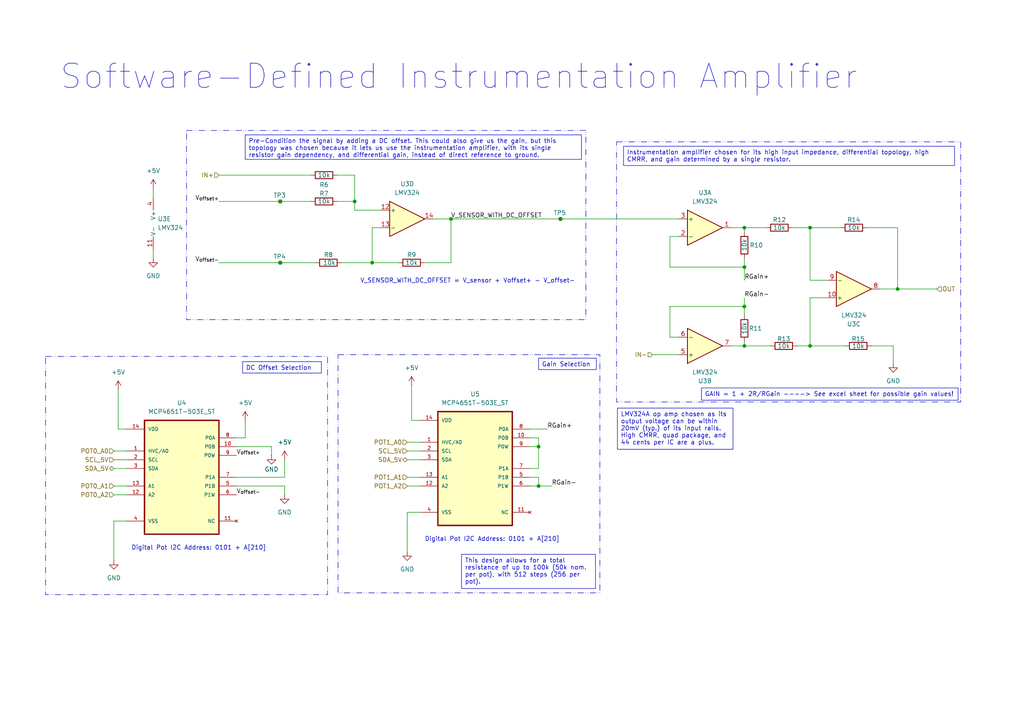
<source format=kicad_sch>
(kicad_sch (version 20250114) (generator "eeschema") (generator_version "9.0")
  (paper "A4")
  (title_block (title "LoRa Water Quality Management System Sensor Node"))
  (lib_symbols
    (symbol "Amplifier_Operational:LMV324" (pin_names (offset 0.127))
      (property "Reference" "U" (at 0 5.08 0))
      (property "Value" "LMV324" (at 0 -5.08 0))
      (symbol "LMV324_1_1"
        (polyline (pts (xy -5.08 5.08) (xy 5.08 0) (xy -5.08 -5.08) (xy -5.08 5.08)) (stroke (width 0.254)) (fill (type background)))
        (pin input line (at -7.62 2.54 0) (length 2.54) (name "+") (number "3"))
        (pin input line (at -7.62 -2.54 0) (length 2.54) (name "-") (number "2"))
        (pin output line (at 7.62 0 180) (length 2.54) (name "~") (number "1"))
      )
      (symbol "LMV324_2_1"
        (polyline (pts (xy -5.08 5.08) (xy 5.08 0) (xy -5.08 -5.08) (xy -5.08 5.08)) (stroke (width 0.254)) (fill (type background)))
        (pin input line (at -7.62 2.54 0) (length 2.54) (name "+") (number "5"))
        (pin input line (at -7.62 -2.54 0) (length 2.54) (name "-") (number "6"))
        (pin output line (at 7.62 0 180) (length 2.54) (name "~") (number "7"))
      )
      (symbol "LMV324_3_1"
        (polyline (pts (xy -5.08 5.08) (xy 5.08 0) (xy -5.08 -5.08) (xy -5.08 5.08)) (stroke (width 0.254)) (fill (type background)))
        (pin input line (at -7.62 2.54 0) (length 2.54) (name "+") (number "10"))
        (pin input line (at -7.62 -2.54 0) (length 2.54) (name "-") (number "9"))
        (pin output line (at 7.62 0 180) (length 2.54) (name "~") (number "8"))
      )
      (symbol "LMV324_4_1"
        (polyline (pts (xy -5.08 5.08) (xy 5.08 0) (xy -5.08 -5.08) (xy -5.08 5.08)) (stroke (width 0.254)) (fill (type background)))
        (pin input line (at -7.62 2.54 0) (length 2.54) (name "+") (number "12"))
        (pin input line (at -7.62 -2.54 0) (length 2.54) (name "-") (number "13"))
        (pin output line (at 7.62 0 180) (length 2.54) (name "~") (number "14"))
      )
      (symbol "LMV324_5_1"
        (pin power_in line (at -2.54 7.62 270) (length 3.81) (name "V+") (number "4"))
        (pin power_in line (at -2.54 -7.62 90) (length 3.81) (name "V-") (number "11"))
      )
    )
    (symbol "Connector:TestPoint_Small" (pin_numbers (hide yes)) (pin_names (offset 0.762) (hide yes))
      (property "Reference" "TP" (at 0 3.81 0))
      (property "Value" "TestPoint_Small" (at 0 2.032 0))
      (symbol "TestPoint_Small_0_1"
        (circle (center 0 0) (radius 0.508))
      )
      (symbol "TestPoint_Small_1_1"
        (pin passive line (at 0 0 90) (length 0) (name "1") (number "1"))
      )
    )
    (symbol "Device:R" (pin_numbers (hide yes)) (pin_names (offset 0))
      (property "Reference" "R" (at 2.032 0 90))
      (property "Value" "R" (at 0 0 90))
      (symbol "R_0_1"
        (rectangle (start -1.016 -2.54) (end 1.016 2.54) (stroke (width 0.254)))
      )
      (symbol "R_1_1"
        (pin passive line (at 0 3.81 270) (length 1.27) (name "~") (number "1"))
        (pin passive line (at 0 -3.81 90) (length 1.27) (name "~") (number "2"))
      )
    )
    (symbol "LoRaWaterQualityManagementSystem:MCP4651T-503E_ST" (pin_names (offset 1.016))
      (property "Reference" "U" (at -12.7 23.86 0))
      (property "Value" "MCP4651T-503E_ST" (at -12.7 -26.86 0))
      (symbol "MCP4651T-503E_ST_0_0"
        (rectangle (start -12.7 22.86) (end 8.89 -10.16) (stroke (width 0.41)) (fill (type background)))
        (pin power_in line (at -17.78 20.32 0) (length 5.08) (name "VDD") (number "14"))
        (pin input line (at -17.78 13.97 0) (length 5.08) (name "HVC/A0") (number "1"))
        (pin input line (at -17.78 11.43 0) (length 5.08) (name "SCL") (number "2"))
        (pin bidirectional line (at -17.78 8.89 0) (length 5.08) (name "SDA") (number "3"))
        (pin input line (at -17.78 3.81 0) (length 5.08) (name "A1") (number "13"))
        (pin input line (at -17.78 1.27 0) (length 5.08) (name "A2") (number "12"))
        (pin power_in line (at -17.78 -6.35 0) (length 5.08) (name "VSS") (number "4"))
        (pin bidirectional line (at 13.97 17.78 180) (length 5.08) (name "P0A") (number "8"))
        (pin bidirectional line (at 13.97 15.24 180) (length 5.08) (name "P0B") (number "10"))
        (pin bidirectional line (at 13.97 12.7 180) (length 5.08) (name "P0W") (number "9"))
        (pin bidirectional line (at 13.97 6.35 180) (length 5.08) (name "P1A") (number "7"))
        (pin bidirectional line (at 13.97 3.81 180) (length 5.08) (name "P1B") (number "5"))
        (pin bidirectional line (at 13.97 1.27 180) (length 5.08) (name "P1W") (number "6"))
      )
      (symbol "MCP4651T-503E_ST_1_0"
        (pin no_connect line (at 13.97 -6.35 180) (length 5.08) (name "NC") (number "11"))
      )
    )
    (symbol "power:+5V" (power) (pin_numbers (hide yes)) (pin_names (offset 0) (hide yes))
      (property "Value" "+5V" (at 0 3.556 0))
      (symbol "+5V_0_1"
        (polyline (pts (xy -0.762 1.27) (xy 0 2.54)))
        (polyline (pts (xy 0 2.54) (xy 0.762 1.27)))
        (polyline (pts (xy 0 0) (xy 0 2.54)))
      )
      (symbol "+5V_1_1"
        (pin power_in line (at 0 0 90) (length 0) (name "~") (number "1"))
      )
    )
    (symbol "power:GND" (power) (pin_numbers (hide yes)) (pin_names (offset 0) (hide yes))
      (property "Value" "GND" (at 0 -3.81 0))
      (symbol "GND_0_1"
        (polyline (pts (xy 0 0) (xy 0 -1.27) (xy 1.27 -1.27) (xy 0 -2.54) (xy -1.27 -1.27) (xy 0 -1.27)))
      )
      (symbol "GND_1_1"
        (pin power_in line (at 0 0 270) (length 0) (name "~") (number "1"))
      )
    )
  )
  (rectangle (start 178.816 41.148) (end 278.638 116.586) (stroke (width 0) (type dash_dot_dot)))
  (rectangle (start 98.044 102.87) (end 173.99 171.958) (stroke (width 0) (type dash_dot_dot)))
  (rectangle (start 54.102 37.846) (end 169.926 92.71) (stroke (width 0) (type dash_dot_dot)))
  (rectangle (start 13.208 103.378) (end 94.996 172.466) (stroke (width 0) (type dash_dot_dot)))
  (text "Digital Pot I2C Address: 0101 + A[210]" (at 142.748 156.464 0) (effects (font (size 1.27 1.27))))
  (text "Digital Pot I2C Address: 0101 + A[210]" (at 57.658 159.004 0) (effects (font (size 1.27 1.27))))
  (text "Software-Defined Instrumentation Amplifier" (at 133.096 22.352 0) (effects (font (size 7 7))))
  (text "V_SENSOR_WITH_DC_OFFSET = V_sensor + Voffset+ - V_offset-" (at 135.636 81.534 0) (effects (font (size 1.27 1.27))))
  (text_box "DC Offset Selection" (at 70.358 104.902 0) (size 22.86 3.302) (margins 0.9525 0.9525 0.9525 0.9525) (effects (font (size 1.27 1.27)) (justify left top)))
  (text_box "GAIN = 1 + 2R/RGain ----> See excel sheet for possible gain values!" (at 203.454 112.522 0) (size 74.422 3.556) (margins 0.9525 0.9525 0.9525 0.9525) (effects (font (size 1.27 1.27)) (justify left top)))
  (text_box "Instrumentation amplifier chosen for its high input impedance, differential topology, high CMRR, and gain determined by a single resistor." (at 180.848 42.418 0) (size 96.012 5.588) (margins 0.9525 0.9525 0.9525 0.9525) (effects (font (size 1.27 1.27)) (justify left top)))
  (text_box "Pre-Condition the signal by adding a DC offset. This could also give us the gain, but this topology was chosen because it lets us use the instrumentation amplifier, with its single resistor gain dependency, and differential gain, instead of direct reference to ground." (at 71.12 39.116 0) (size 97.536 7.112) (margins 0.9525 0.9525 0.9525 0.9525) (effects (font (size 1.27 1.27)) (justify left top)))
  (text_box "This design allows for a total resistance of up to 100k (50k nom. per pot), with 512 steps (256 per pot)." (at 133.858 160.782 0) (size 38.862 9.906) (margins 0.9525 0.9525 0.9525 0.9525) (effects (font (size 1.27 1.27)) (justify left top)))
  (text_box "Gain Selection" (at 156.21 103.886 0) (size 16.764 3.302) (margins 0.9525 0.9525 0.9525 0.9525) (effects (font (size 1.27 1.27)) (justify left top)))
  (text_box "LMV324A op amp chosen as its output voltage can be within 20mV (typ.) of its input rails. High CMRR, quad package, and 44 cents per IC are a plus." (at 179.07 118.364 0) (size 33.528 11.938) (margins 0.9525 0.9525 0.9525 0.9525) (effects (font (size 1.27 1.27)) (justify left top)))
  (junction (at 81.28 58.42))
  (junction (at 156.21 140.97))
  (junction (at 81.28 76.2))
  (junction (at 156.21 129.54))
  (junction (at 215.9 100.33))
  (junction (at 215.9 88.9))
  (junction (at 102.87 58.42))
  (junction (at 130.81 63.5))
  (junction (at 215.9 77.47))
  (junction (at 234.95 100.33))
  (junction (at 260.35 83.82))
  (junction (at 215.9 66.04))
  (junction (at 234.95 66.04))
  (junction (at 162.56 63.5))
  (junction (at 107.95 76.2))
  (wire (pts (xy 78.74 132.08) (xy 78.74 129.54)))
  (wire (pts (xy 34.29 113.03) (xy 34.29 124.46)))
  (wire (pts (xy 215.9 66.04) (xy 212.09 66.04)))
  (wire (pts (xy 162.56 63.5) (xy 196.85 63.5)))
  (wire (pts (xy 33.02 151.13) (xy 33.02 162.56)))
  (wire (pts (xy 107.95 66.04) (xy 107.95 76.2)))
  (wire (pts (xy 240.03 86.36) (xy 234.95 86.36)))
  (wire (pts (xy 231.14 100.33) (xy 234.95 100.33)))
  (wire (pts (xy 260.35 83.82) (xy 271.78 83.82)))
  (wire (pts (xy 215.9 88.9) (xy 194.31 88.9)))
  (wire (pts (xy 194.31 68.58) (xy 196.85 68.58)))
  (wire (pts (xy 215.9 100.33) (xy 223.52 100.33)))
  (wire (pts (xy 82.55 133.35) (xy 82.55 138.43)))
  (wire (pts (xy 215.9 99.06) (xy 215.9 100.33)))
  (wire (pts (xy 107.95 76.2) (xy 115.57 76.2)))
  (wire (pts (xy 156.21 140.97) (xy 160.02 140.97)))
  (wire (pts (xy 194.31 97.79) (xy 196.85 97.79)))
  (wire (pts (xy 33.02 151.13) (xy 36.83 151.13)))
  (wire (pts (xy 44.45 72.39) (xy 44.45 74.93)))
  (wire (pts (xy 33.02 133.35) (xy 36.83 133.35)))
  (wire (pts (xy 33.02 140.97) (xy 36.83 140.97)))
  (wire (pts (xy 102.87 60.96) (xy 102.87 58.42)))
  (wire (pts (xy 118.11 148.59) (xy 118.11 160.02)))
  (wire (pts (xy 81.28 76.2) (xy 91.44 76.2)))
  (wire (pts (xy 44.45 54.61) (xy 44.45 57.15)))
  (wire (pts (xy 130.81 76.2) (xy 130.81 63.5)))
  (wire (pts (xy 234.95 100.33) (xy 245.11 100.33)))
  (wire (pts (xy 189.23 102.87) (xy 196.85 102.87)))
  (wire (pts (xy 156.21 135.89) (xy 153.67 135.89)))
  (wire (pts (xy 102.87 60.96) (xy 110.49 60.96)))
  (wire (pts (xy 234.95 86.36) (xy 234.95 100.33)))
  (wire (pts (xy 81.28 58.42) (xy 90.17 58.42)))
  (wire (pts (xy 215.9 74.93) (xy 215.9 77.47)))
  (wire (pts (xy 194.31 88.9) (xy 194.31 97.79)))
  (wire (pts (xy 123.19 76.2) (xy 130.81 76.2)))
  (wire (pts (xy 125.73 63.5) (xy 130.81 63.5)))
  (wire (pts (xy 118.11 130.81) (xy 121.92 130.81)))
  (wire (pts (xy 36.83 124.46) (xy 34.29 124.46)))
  (wire (pts (xy 153.67 129.54) (xy 156.21 129.54)))
  (wire (pts (xy 260.35 66.04) (xy 260.35 83.82)))
  (wire (pts (xy 121.92 121.92) (xy 119.38 121.92)))
  (wire (pts (xy 71.12 127) (xy 68.58 127)))
  (wire (pts (xy 194.31 77.47) (xy 194.31 68.58)))
  (wire (pts (xy 215.9 100.33) (xy 212.09 100.33)))
  (wire (pts (xy 252.73 100.33) (xy 259.08 100.33)))
  (wire (pts (xy 118.11 140.97) (xy 121.92 140.97)))
  (wire (pts (xy 118.11 138.43) (xy 121.92 138.43)))
  (wire (pts (xy 97.79 58.42) (xy 102.87 58.42)))
  (wire (pts (xy 215.9 86.36) (xy 215.9 88.9)))
  (wire (pts (xy 119.38 111.76) (xy 119.38 121.92)))
  (wire (pts (xy 215.9 66.04) (xy 222.25 66.04)))
  (wire (pts (xy 82.55 143.51) (xy 82.55 140.97)))
  (wire (pts (xy 68.58 129.54) (xy 78.74 129.54)))
  (wire (pts (xy 68.58 138.43) (xy 82.55 138.43)))
  (wire (pts (xy 107.95 66.04) (xy 110.49 66.04)))
  (wire (pts (xy 153.67 140.97) (xy 156.21 140.97)))
  (wire (pts (xy 251.46 66.04) (xy 260.35 66.04)))
  (wire (pts (xy 118.11 148.59) (xy 121.92 148.59)))
  (wire (pts (xy 234.95 66.04) (xy 243.84 66.04)))
  (wire (pts (xy 102.87 50.8) (xy 97.79 50.8)))
  (wire (pts (xy 33.02 143.51) (xy 36.83 143.51)))
  (wire (pts (xy 102.87 58.42) (xy 102.87 50.8)))
  (wire (pts (xy 234.95 81.28) (xy 234.95 66.04)))
  (wire (pts (xy 118.11 128.27) (xy 121.92 128.27)))
  (wire (pts (xy 130.81 63.5) (xy 162.56 63.5)))
  (wire (pts (xy 156.21 127) (xy 156.21 129.54)))
  (wire (pts (xy 259.08 100.33) (xy 259.08 105.41)))
  (wire (pts (xy 215.9 67.31) (xy 215.9 66.04)))
  (wire (pts (xy 240.03 81.28) (xy 234.95 81.28)))
  (wire (pts (xy 63.5 76.2) (xy 81.28 76.2)))
  (wire (pts (xy 153.67 124.46) (xy 158.75 124.46)))
  (wire (pts (xy 229.87 66.04) (xy 234.95 66.04)))
  (wire (pts (xy 215.9 88.9) (xy 215.9 91.44)))
  (wire (pts (xy 63.5 50.8) (xy 90.17 50.8)))
  (wire (pts (xy 260.35 83.82) (xy 255.27 83.82)))
  (wire (pts (xy 153.67 138.43) (xy 156.21 138.43)))
  (wire (pts (xy 156.21 129.54) (xy 156.21 135.89)))
  (wire (pts (xy 71.12 121.92) (xy 71.12 127)))
  (wire (pts (xy 156.21 138.43) (xy 156.21 140.97)))
  (wire (pts (xy 99.06 76.2) (xy 107.95 76.2)))
  (wire (pts (xy 33.02 130.81) (xy 36.83 130.81)))
  (wire (pts (xy 33.02 135.89) (xy 36.83 135.89)))
  (wire (pts (xy 68.58 140.97) (xy 82.55 140.97)))
  (wire (pts (xy 215.9 77.47) (xy 194.31 77.47)))
  (wire (pts (xy 63.5 58.42) (xy 81.28 58.42)))
  (wire (pts (xy 153.67 127) (xy 156.21 127)))
  (wire (pts (xy 118.11 133.35) (xy 121.92 133.35)))
  (wire (pts (xy 215.9 81.28) (xy 215.9 77.47)))
  (label "RGain-" (at 215.9 86.36 0))
  (label "RGain+" (at 215.9 81.28 0))
  (label "V_{offset-}" (at 68.58 143.51 0))
  (label "V_{offset+}" (at 63.5 58.42 180))
  (label "RGain+" (at 158.75 124.46 0))
  (label "V_SENSOR_WITH_DC_OFFSET" (at 130.81 63.5 0))
  (label "RGain-" (at 160.02 140.97 0))
  (label "V_{offset+}" (at 68.58 132.08 0))
  (label "V_{offset-}" (at 63.5 76.2 180))
  (hierarchical_label "SDA_5V" (shape bidirectional) (at 118.11 133.35 180))
  (hierarchical_label "SCL_5V" (shape input) (at 118.11 130.81 180))
  (hierarchical_label "IN-" (shape input) (at 189.23 102.87 180))
  (hierarchical_label "POT1_A0" (shape input) (at 118.11 128.27 180))
  (hierarchical_label "SDA_5V" (shape bidirectional) (at 33.02 135.89 180))
  (hierarchical_label "POT0_A0" (shape input) (at 33.02 130.81 180))
  (hierarchical_label "POT1_A2" (shape input) (at 118.11 140.97 180))
  (hierarchical_label "OUT" (shape input) (at 271.78 83.82 0))
  (hierarchical_label "POT1_A1" (shape input) (at 118.11 138.43 180))
  (hierarchical_label "POT0_A2" (shape input) (at 33.02 143.51 180))
  (hierarchical_label "SCL_5V" (shape input) (at 33.02 133.35 180))
  (hierarchical_label "POT0_A1" (shape input) (at 33.02 140.97 180))
  (hierarchical_label "IN+" (shape input) (at 63.5 50.8 180))
  (symbol (lib_id "power:GND") (at 82.55 143.51 0) (unit 1)
    (property "Reference" "#PWR024" (effects (hide yes)))
    (property "Value" "GND" (at 82.55 148.59 0))
    (property "Description" "Power symbol creates a global label with name \"GND\" , ground" (effects (hide yes)))
    (instances (project "LoRa Water Quality Management System Sensor Node" (path "" (reference "#PWR024") (unit 1))) (project "LoRa Water Quality Management System Sensor Node" (path "" (reference "#PWR027") (unit 1))) (project "LoRa Water Quality Management System Sensor Node" (path "" (reference "#PWR065") (unit 1))))
  )
  (symbol (lib_id "Amplifier_Operational:LMV324") (at 46.99 64.77 0) (unit 5)
    (property "Reference" "U3" (at 45.72 63.4999 0) (effects (justify left)))
    (property "Value" "LMV324" (at 45.72 66.0399 0) (effects (justify left)))
    (property "Footprint" "SOPBreakout:(S)SOP14" (effects (hide yes)))
    (property "Datasheet" "http://www.ti.com/lit/ds/symlink/lmv324.pdf" (effects (hide yes)))
    (property "Description" "Quad Low-Voltage Rail-to-Rail Output Operational Amplifier, SOIC-14/SSOP-14" (effects (hide yes)))
    (instances (project "" (path "" (reference "U3") (unit 5))) (project "" (path "" (reference "U4") (unit 5))) (project "" (path "" (reference "U11") (unit 5))))
  )
  (symbol (lib_id "Device:R") (at 93.98 50.8 90) (unit 1)
    (property "Reference" "R6" (at 93.98 53.594 90))
    (property "Value" "10k" (at 93.98 50.8 90))
    (property "Footprint" "Resistor_SMD:R_0805_2012Metric_Pad1.20x1.40mm_HandSolder" (effects (hide yes)))
    (property "Description" "Resistor" (effects (hide yes)))
    (instances (project "" (path "" (reference "R6") (unit 1))) (project "" (path "" (reference "R6") (unit 1))) (project "" (path "" (reference "R23") (unit 1))))
  )
  (symbol (lib_id "power:+5V") (at 71.12 121.92 0) (unit 1)
    (property "Reference" "#PWR021" (effects (hide yes)))
    (property "Value" "+5V" (at 71.12 116.84 0))
    (property "Description" "Power symbol creates a global label with name \"+5V\"" (effects (hide yes)))
    (instances (project "LoRa Water Quality Management System Sensor Node" (path "" (reference "#PWR021") (unit 1))) (project "LoRa Water Quality Management System Sensor Node" (path "" (reference "#PWR024") (unit 1))) (project "LoRa Water Quality Management System Sensor Node" (path "" (reference "#PWR062") (unit 1))))
  )
  (symbol (lib_id "Device:R") (at 227.33 100.33 90) (mirror x) (unit 1)
    (property "Reference" "R13" (at 227.33 98.298 90))
    (property "Value" "10k" (at 227.33 100.33 90))
    (property "Footprint" "Resistor_SMD:R_0805_2012Metric_Pad1.20x1.40mm_HandSolder" (effects (hide yes)))
    (property "Description" "Resistor" (effects (hide yes)))
    (instances (project "LoRa Water Quality Management System Sensor Node" (path "" (reference "R13") (unit 1))) (project "LoRa Water Quality Management System Sensor Node" (path "" (reference "R13") (unit 1))) (project "LoRa Water Quality Management System Sensor Node" (path "" (reference "R30") (unit 1))))
  )
  (symbol (lib_id "LoRaWaterQualityManagementSystem:MCP4651T-503E_ST") (at 54.61 144.78 0) (unit 1)
    (property "Reference" "U4" (at 52.705 116.84 0))
    (property "Value" "MCP4651T-503E_ST" (at 52.705 119.38 0))
    (property "Footprint" "SOPBreakout:(S)SOP14" (effects (hide yes)))
  )
  (symbol (lib_id "Connector:TestPoint_Small") (at 81.28 76.2 0) (unit 1)
    (property "Reference" "TP4" (at 79.248 74.422 0) (effects (justify left)))
    (property "Value" "TestPoint_Small" (effects (hide yes)))
    (property "Footprint" "TestPoint:TestPoint_Pad_D1.5mm" (effects (hide yes)))
    (property "Description" "test point" (effects (hide yes)))
    (instances (project "LoRa Water Quality Management System Sensor Node" (path "" (reference "TP4") (unit 1))) (project "LoRa Water Quality Management System Sensor Node" (path "" (reference "TP2") (unit 1))) (project "LoRa Water Quality Management System Sensor Node" (path "" (reference "TP13") (unit 1))))
  )
  (symbol (lib_id "power:GND") (at 33.02 162.56 0) (unit 1)
    (property "Reference" "#PWR015" (effects (hide yes)))
    (property "Value" "GND" (at 33.02 167.64 0))
    (property "Description" "Power symbol creates a global label with name \"GND\" , ground" (effects (hide yes)))
    (instances (project "LoRa Water Quality Management System Sensor Node" (path "" (reference "#PWR015") (unit 1))) (project "LoRa Water Quality Management System Sensor Node" (path "" (reference "#PWR018") (unit 1))) (project "LoRa Water Quality Management System Sensor Node" (path "" (reference "#PWR058") (unit 1))))
  )
  (symbol (lib_id "power:+5V") (at 82.55 133.35 0) (unit 1)
    (property "Reference" "#PWR023" (effects (hide yes)))
    (property "Value" "+5V" (at 82.55 128.27 0))
    (property "Description" "Power symbol creates a global label with name \"+5V\"" (effects (hide yes)))
    (instances (project "LoRa Water Quality Management System Sensor Node" (path "" (reference "#PWR023") (unit 1))) (project "LoRa Water Quality Management System Sensor Node" (path "" (reference "#PWR026") (unit 1))) (project "LoRa Water Quality Management System Sensor Node" (path "" (reference "#PWR064") (unit 1))))
  )
  (symbol (lib_id "Connector:TestPoint_Small") (at 81.28 58.42 0) (unit 1)
    (property "Reference" "TP3" (at 79.248 56.642 0) (effects (justify left)))
    (property "Value" "TestPoint_Small" (effects (hide yes)))
    (property "Footprint" "TestPoint:TestPoint_Pad_D1.5mm" (effects (hide yes)))
    (property "Description" "test point" (effects (hide yes)))
    (instances (project "" (path "" (reference "TP3") (unit 1))) (project "" (path "" (reference "TP1") (unit 1))) (project "" (path "" (reference "TP?") (unit 1)) (path "" (reference "TP12") (unit 1))))
  )
  (symbol (lib_id "LoRaWaterQualityManagementSystem:MCP4651T-503E_ST") (at 139.7 142.24 0) (unit 1)
    (property "Reference" "U5" (at 137.795 114.3 0))
    (property "Value" "MCP4651T-503E_ST" (at 137.795 116.84 0))
    (property "Footprint" "SOPBreakout:(S)SOP14" (effects (hide yes)))
  )
  (symbol (lib_id "power:GND") (at 118.11 160.02 0) (unit 1)
    (property "Reference" "#PWR026" (effects (hide yes)))
    (property "Value" "GND" (at 118.11 165.1 0))
    (property "Description" "Power symbol creates a global label with name \"GND\" , ground" (effects (hide yes)))
    (instances (project "" (path "" (reference "#PWR026") (unit 1))) (project "" (path "" (reference "#PWR029") (unit 1))) (project "" (path "" (reference "#PWR067") (unit 1))))
  )
  (symbol (lib_id "Device:R") (at 93.98 58.42 90) (mirror x) (unit 1)
    (property "Reference" "R7" (at 93.98 56.134 90))
    (property "Value" "10k" (at 93.98 58.42 90))
    (property "Footprint" "Resistor_SMD:R_0805_2012Metric_Pad1.20x1.40mm_HandSolder" (effects (hide yes)))
    (property "Description" "Resistor" (effects (hide yes)))
    (instances (project "LoRa Water Quality Management System Sensor Node" (path "" (reference "R7") (unit 1))) (project "LoRa Water Quality Management System Sensor Node" (path "" (reference "R7") (unit 1))) (project "LoRa Water Quality Management System Sensor Node" (path "" (reference "R24") (unit 1))))
  )
  (symbol (lib_id "power:GND") (at 259.08 105.41 0) (unit 1)
    (property "Reference" "#PWR028" (effects (hide yes)))
    (property "Value" "GND" (at 259.08 110.49 0))
    (property "Description" "Power symbol creates a global label with name \"GND\" , ground" (effects (hide yes)))
    (instances (project "" (path "" (reference "#PWR028") (unit 1))) (project "" (path "" (reference "#PWR031") (unit 1))) (project "" (path "" (reference "#PWR069") (unit 1))))
  )
  (symbol (lib_id "Device:R") (at 248.92 100.33 90) (mirror x) (unit 1)
    (property "Reference" "R15" (at 248.92 98.298 90))
    (property "Value" "10k" (at 248.92 100.33 90))
    (property "Footprint" "Resistor_SMD:R_0805_2012Metric_Pad1.20x1.40mm_HandSolder" (effects (hide yes)))
    (property "Description" "Resistor" (effects (hide yes)))
    (instances (project "LoRa Water Quality Management System Sensor Node" (path "" (reference "R15") (unit 1))) (project "LoRa Water Quality Management System Sensor Node" (path "" (reference "R15") (unit 1))) (project "LoRa Water Quality Management System Sensor Node" (path "" (reference "R32") (unit 1))))
  )
  (symbol (lib_id "Device:R") (at 95.25 76.2 90) (unit 1)
    (property "Reference" "R8" (at 95.25 73.914 90))
    (property "Value" "10k" (at 95.504 76.2 90))
    (property "Footprint" "Resistor_SMD:R_0805_2012Metric_Pad1.20x1.40mm_HandSolder" (effects (hide yes)))
    (property "Description" "Resistor" (effects (hide yes)))
    (instances (project "" (path "" (reference "R8") (unit 1))) (project "" (path "" (reference "R8") (unit 1))) (project "" (path "" (reference "R25") (unit 1))))
  )
  (symbol (lib_id "Connector:TestPoint_Small") (at 162.56 63.5 0) (unit 1)
    (property "Reference" "TP5" (at 160.528 61.722 0) (effects (justify left)))
    (property "Value" "TestPoint_Small" (effects (hide yes)))
    (property "Footprint" "TestPoint:TestPoint_Pad_D1.5mm" (effects (hide yes)))
    (property "Description" "test point" (effects (hide yes)))
    (instances (project "LoRa Water Quality Management System Sensor Node" (path "" (reference "TP5") (unit 1))) (project "LoRa Water Quality Management System Sensor Node" (path "" (reference "TP3") (unit 1))) (project "LoRa Water Quality Management System Sensor Node" (path "" (reference "TP14") (unit 1))))
  )
  (symbol (lib_id "power:+5V") (at 44.45 54.61 0) (unit 1)
    (property "Reference" "#PWR017" (effects (hide yes)))
    (property "Value" "+5V" (at 44.45 49.53 0))
    (property "Description" "Power symbol creates a global label with name \"+5V\"" (effects (hide yes)))
    (instances (project "" (path "" (reference "#PWR017") (unit 1))) (project "" (path "" (reference "#PWR020") (unit 1))) (project "" (path "" (reference "#PWR060") (unit 1))))
  )
  (symbol (lib_id "power:GND") (at 44.45 74.93 0) (unit 1)
    (property "Reference" "#PWR018" (effects (hide yes)))
    (property "Value" "GND" (at 44.45 80.01 0))
    (property "Description" "Power symbol creates a global label with name \"GND\" , ground" (effects (hide yes)))
    (instances (project "" (path "" (reference "#PWR018") (unit 1))) (project "" (path "" (reference "#PWR021") (unit 1))) (project "" (path "" (reference "#PWR061") (unit 1))))
  )
  (symbol (lib_id "Amplifier_Operational:LMV324") (at 204.47 66.04 0) (unit 1)
    (property "Reference" "U3" (at 204.47 55.88 0))
    (property "Value" "LMV324" (at 204.47 58.42 0))
    (property "Footprint" "SOPBreakout:(S)SOP14" (effects (hide yes)))
    (property "Datasheet" "http://www.ti.com/lit/ds/symlink/lmv324.pdf" (effects (hide yes)))
    (property "Description" "Quad Low-Voltage Rail-to-Rail Output Operational Amplifier, SOIC-14/SSOP-14" (effects (hide yes)))
    (instances (project "" (path "" (reference "U3") (unit 1))) (project "" (path "" (reference "U4") (unit 1))) (project "" (path "" (reference "U11") (unit 1))))
  )
  (symbol (lib_id "Device:R") (at 215.9 95.25 0) (unit 1)
    (property "Reference" "R11" (at 217.17 95.25 0) (effects (justify left)))
    (property "Value" "10k" (at 215.9 97.028 90) (effects (justify left)))
    (property "Footprint" "Resistor_SMD:R_0805_2012Metric_Pad1.20x1.40mm_HandSolder" (effects (hide yes)))
    (property "Description" "Resistor" (effects (hide yes)))
    (instances (project "LoRa Water Quality Management System Sensor Node" (path "" (reference "R11") (unit 1))) (project "LoRa Water Quality Management System Sensor Node" (path "" (reference "R11") (unit 1))) (project "LoRa Water Quality Management System Sensor Node" (path "" (reference "R28") (unit 1))))
  )
  (symbol (lib_id "power:GND") (at 78.74 132.08 0) (unit 1)
    (property "Reference" "#PWR022" (effects (hide yes)))
    (property "Value" "GND" (at 78.74 136.144 0))
    (property "Description" "Power symbol creates a global label with name \"GND\" , ground" (effects (hide yes)))
    (instances (project "" (path "" (reference "#PWR022") (unit 1))) (project "" (path "" (reference "#PWR025") (unit 1))) (project "" (path "" (reference "#PWR063") (unit 1))))
  )
  (symbol (lib_id "Device:R") (at 247.65 66.04 90) (unit 1)
    (property "Reference" "R14" (at 247.65 63.754 90))
    (property "Value" "10k" (at 247.65 66.04 90))
    (property "Footprint" "Resistor_SMD:R_0805_2012Metric_Pad1.20x1.40mm_HandSolder" (effects (hide yes)))
    (property "Description" "Resistor" (effects (hide yes)))
    (instances (project "LoRa Water Quality Management System Sensor Node" (path "" (reference "R14") (unit 1))) (project "LoRa Water Quality Management System Sensor Node" (path "" (reference "R14") (unit 1))) (project "LoRa Water Quality Management System Sensor Node" (path "" (reference "R31") (unit 1))))
  )
  (symbol (lib_id "Amplifier_Operational:LMV324") (at 118.11 63.5 0) (unit 4)
    (property "Reference" "U3" (at 118.11 53.34 0))
    (property "Value" "LMV324" (at 118.11 55.88 0))
    (property "Footprint" "SOPBreakout:(S)SOP14" (effects (hide yes)))
    (property "Datasheet" "http://www.ti.com/lit/ds/symlink/lmv324.pdf" (effects (hide yes)))
    (property "Description" "Quad Low-Voltage Rail-to-Rail Output Operational Amplifier, SOIC-14/SSOP-14" (effects (hide yes)))
    (instances (project "" (path "" (reference "U3") (unit 4))) (project "" (path "" (reference "U4") (unit 4))) (project "" (path "" (reference "U11") (unit 4))))
  )
  (symbol (lib_id "Device:R") (at 119.38 76.2 90) (unit 1)
    (property "Reference" "R9" (at 119.38 73.914 90))
    (property "Value" "10k" (at 119.38 76.2 90))
    (property "Footprint" "Resistor_SMD:R_0805_2012Metric_Pad1.20x1.40mm_HandSolder" (effects (hide yes)))
    (property "Description" "Resistor" (effects (hide yes)))
    (instances (project "" (path "" (reference "R9") (unit 1))) (project "" (path "" (reference "R9") (unit 1))) (project "" (path "" (reference "R26") (unit 1))))
  )
  (symbol (lib_id "power:+5V") (at 119.38 111.76 0) (unit 1)
    (property "Reference" "#PWR027" (effects (hide yes)))
    (property "Value" "+5V" (at 119.38 106.68 0))
    (property "Description" "Power symbol creates a global label with name \"+5V\"" (effects (hide yes)))
    (instances (project "LoRa Water Quality Management System Sensor Node" (path "" (reference "#PWR027") (unit 1))) (project "LoRa Water Quality Management System Sensor Node" (path "" (reference "#PWR030") (unit 1))) (project "LoRa Water Quality Management System Sensor Node" (path "" (reference "#PWR068") (unit 1))))
  )
  (symbol (lib_id "Device:R") (at 215.9 71.12 0) (unit 1)
    (property "Reference" "R10" (at 217.424 71.12 0) (effects (justify left)))
    (property "Value" "10k" (at 215.9 72.898 90) (effects (justify left)))
    (property "Footprint" "Resistor_SMD:R_0805_2012Metric_Pad1.20x1.40mm_HandSolder" (effects (hide yes)))
    (property "Description" "Resistor" (effects (hide yes)))
    (instances (project "" (path "" (reference "R10") (unit 1))) (project "" (path "" (reference "R10") (unit 1))) (project "" (path "" (reference "R27") (unit 1))))
  )
  (symbol (lib_id "power:+5V") (at 34.29 113.03 0) (unit 1)
    (property "Reference" "#PWR016" (effects (hide yes)))
    (property "Value" "+5V" (at 34.29 107.95 0))
    (property "Description" "Power symbol creates a global label with name \"+5V\"" (effects (hide yes)))
    (instances (project "" (path "" (reference "#PWR016") (unit 1))) (project "" (path "" (reference "#PWR019") (unit 1))) (project "" (path "" (reference "#PWR059") (unit 1))))
  )
  (symbol (lib_id "Amplifier_Operational:LMV324") (at 247.65 83.82 0) (mirror x) (unit 3)
    (property "Reference" "U3" (at 247.65 93.98 0))
    (property "Value" "LMV324" (at 247.65 91.44 0))
    (property "Footprint" "SOPBreakout:(S)SOP14" (effects (hide yes)))
    (property "Datasheet" "http://www.ti.com/lit/ds/symlink/lmv324.pdf" (effects (hide yes)))
    (property "Description" "Quad Low-Voltage Rail-to-Rail Output Operational Amplifier, SOIC-14/SSOP-14" (effects (hide yes)))
    (instances (project "" (path "" (reference "U3") (unit 3))) (project "" (path "" (reference "U4") (unit 3))) (project "" (path "" (reference "U11") (unit 3))))
  )
  (symbol (lib_id "Amplifier_Operational:LMV324") (at 204.47 100.33 0) (mirror x) (unit 2)
    (property "Reference" "U3" (at 204.47 110.49 0))
    (property "Value" "LMV324" (at 204.47 107.95 0))
    (property "Footprint" "SOPBreakout:(S)SOP14" (effects (hide yes)))
    (property "Datasheet" "http://www.ti.com/lit/ds/symlink/lmv324.pdf" (effects (hide yes)))
    (property "Description" "Quad Low-Voltage Rail-to-Rail Output Operational Amplifier, SOIC-14/SSOP-14" (effects (hide yes)))
    (instances (project "" (path "" (reference "U3") (unit 2))) (project "" (path "" (reference "U4") (unit 2))) (project "" (path "" (reference "U11") (unit 2))))
  )
  (symbol (lib_id "Device:R") (at 226.06 66.04 90) (unit 1)
    (property "Reference" "R12" (at 226.06 63.754 90))
    (property "Value" "10k" (at 226.06 66.04 90))
    (property "Footprint" "Resistor_SMD:R_0805_2012Metric_Pad1.20x1.40mm_HandSolder" (effects (hide yes)))
    (property "Description" "Resistor" (effects (hide yes)))
    (instances (project "" (path "" (reference "R12") (unit 1))) (project "" (path "" (reference "R12") (unit 1))) (project "" (path "" (reference "R29") (unit 1))))
  )
)
</source>
